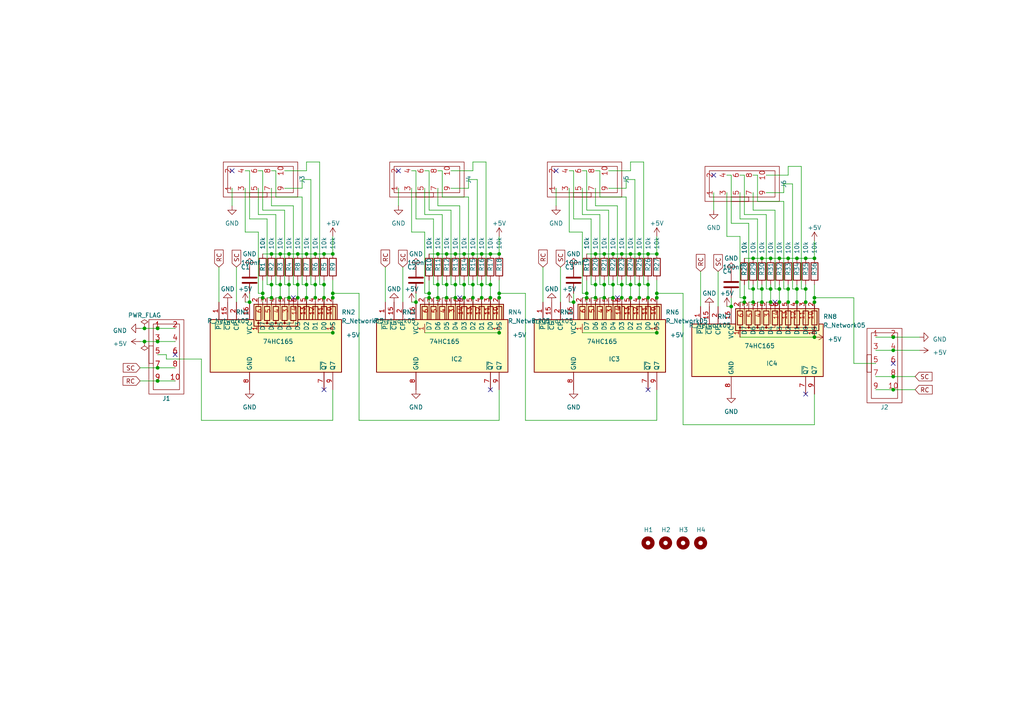
<source format=kicad_sch>
(kicad_sch (version 20231120) (generator "eeschema") (generator_version "8.0")
  (paper "A4")
  (junction (at 137.16 82.55))
  (junction (at 45.72 99.06))
  (junction (at 127 82.55))
  (junction (at 236.22 97.79))
  (junction (at 236.22 87.63))
  (junction (at 223.52 74.93))
  (junction (at 88.9 82.55))
  (junction (at 124.46 85.09))
  (junction (at 144.78 85.09))
  (junction (at 132.08 73.66))
  (junction (at 170.18 85.09))
  (junction (at 182.88 82.55))
  (junction (at 170.18 86.36))
  (junction (at 190.5 85.09))
  (junction (at 177.8 82.55))
  (junction (at 187.96 82.55))
  (junction (at 86.36 82.55))
  (junction (at 231.14 83.82))
  (junction (at 177.8 73.66))
  (junction (at 139.7 86.36))
  (junction (at 233.68 74.93))
  (junction (at 223.52 83.82))
  (junction (at 86.36 73.66))
  (junction (at 233.68 87.63))
  (junction (at 212.09 88.9))
  (junction (at 166.37 87.63))
  (junction (at 96.52 96.52))
  (junction (at 190.5 96.52))
  (junction (at 236.22 74.93))
  (junction (at 120.65 87.63))
  (junction (at 218.44 87.63))
  (junction (at 215.9 87.63))
  (junction (at 81.28 82.55))
  (junction (at 259.08 109.22))
  (junction (at 81.28 86.36))
  (junction (at 144.78 86.36))
  (junction (at 233.68 83.82))
  (junction (at 218.44 74.93))
  (junction (at 218.44 83.82))
  (junction (at 259.08 101.6))
  (junction (at 187.96 73.66))
  (junction (at 83.82 86.36))
  (junction (at 144.78 96.52))
  (junction (at 86.36 86.36))
  (junction (at 129.54 73.66))
  (junction (at 175.26 86.36))
  (junction (at 96.52 85.09))
  (junction (at 220.98 87.63))
  (junction (at 93.98 82.55))
  (junction (at 137.16 73.66))
  (junction (at 175.26 73.66))
  (junction (at 83.82 82.55))
  (junction (at 180.34 82.55))
  (junction (at 132.08 86.36))
  (junction (at 172.72 82.55))
  (junction (at 88.9 86.36))
  (junction (at 91.44 82.55))
  (junction (at 45.72 106.68))
  (junction (at 41.91 95.25))
  (junction (at 127 86.36))
  (junction (at 180.34 73.66))
  (junction (at 228.6 83.82))
  (junction (at 231.14 87.63))
  (junction (at 134.62 86.36))
  (junction (at 81.28 73.66))
  (junction (at 190.5 73.66))
  (junction (at 76.2 85.09))
  (junction (at 41.91 99.06))
  (junction (at 259.08 97.79))
  (junction (at 45.72 95.25))
  (junction (at 134.62 82.55))
  (junction (at 96.52 73.66))
  (junction (at 137.16 86.36))
  (junction (at 175.26 82.55))
  (junction (at 185.42 86.36))
  (junction (at 78.74 86.36))
  (junction (at 228.6 74.93))
  (junction (at 259.08 113.03))
  (junction (at 132.08 82.55))
  (junction (at 220.98 74.93))
  (junction (at 180.34 86.36))
  (junction (at 45.72 110.49))
  (junction (at 91.44 86.36))
  (junction (at 236.22 86.36))
  (junction (at 83.82 73.66))
  (junction (at 91.44 73.66))
  (junction (at 177.8 86.36))
  (junction (at 78.74 82.55))
  (junction (at 139.7 73.66))
  (junction (at 226.06 83.82))
  (junction (at 134.62 73.66))
  (junction (at 93.98 86.36))
  (junction (at 185.42 82.55))
  (junction (at 226.06 87.63))
  (junction (at 215.9 86.36))
  (junction (at 76.2 86.36))
  (junction (at 129.54 86.36))
  (junction (at 190.5 86.36))
  (junction (at 88.9 73.66))
  (junction (at 72.39 87.63))
  (junction (at 231.14 74.93))
  (junction (at 182.88 73.66))
  (junction (at 142.24 73.66))
  (junction (at 78.74 73.66))
  (junction (at 185.42 73.66))
  (junction (at 220.98 83.82))
  (junction (at 226.06 74.93))
  (junction (at 93.98 73.66))
  (junction (at 187.96 86.36))
  (junction (at 182.88 86.36))
  (junction (at 124.46 86.36))
  (junction (at 228.6 87.63))
  (junction (at 96.52 86.36))
  (junction (at 127 73.66))
  (junction (at 223.52 87.63))
  (junction (at 144.78 73.66))
  (junction (at 139.7 82.55))
  (junction (at 142.24 82.55))
  (junction (at 172.72 86.36))
  (junction (at 142.24 86.36))
  (junction (at 172.72 73.66))
  (junction (at 129.54 82.55))
  (no_connect (at 85.09 86.36))
  (no_connect (at 133.35 86.36))
  (no_connect (at 50.8 102.87))
  (no_connect (at 142.24 113.03))
  (no_connect (at 115.57 49.53))
  (no_connect (at 207.01 50.8))
  (no_connect (at 67.31 49.53))
  (no_connect (at 187.96 113.03))
  (no_connect (at 224.79 87.63))
  (no_connect (at 179.07 86.36))
  (no_connect (at 161.29 49.53))
  (no_connect (at 93.98 113.03))
  (no_connect (at 233.68 114.3))
  (no_connect (at 259.08 105.41))
  (wire (pts (xy 96.52 85.09) (xy 104.14 85.09)))
  (wire (pts (xy 74.93 62.23) (xy 80.01 62.23)))
  (wire (pts (xy 132.08 82.55) (xy 132.08 86.36)))
  (wire (pts (xy 123.19 49.53) (xy 124.46 49.53)))
  (wire (pts (xy 130.81 60.96) (xy 130.81 82.55)))
  (wire (pts (xy 45.72 95.25) (xy 50.8 95.25)))
  (wire (pts (xy 182.88 73.66) (xy 185.42 73.66)))
  (wire (pts (xy 170.18 81.28) (xy 170.18 85.09)))
  (wire (pts (xy 63.5 77.47) (xy 63.5 87.63)))
  (wire (pts (xy 184.15 52.07) (xy 184.15 82.55)))
  (wire (pts (xy 212.09 86.36) (xy 212.09 88.9)))
  (wire (pts (xy 229.87 53.34) (xy 229.87 83.82)))
  (wire (pts (xy 104.14 121.92) (xy 144.78 121.92)))
  (wire (pts (xy 218.44 55.88) (xy 218.44 60.96)))
  (wire (pts (xy 68.58 77.47) (xy 68.58 87.63)))
  (wire (pts (xy 71.12 54.61) (xy 71.12 67.31)))
  (wire (pts (xy 74.93 49.53) (xy 76.2 49.53)))
  (wire (pts (xy 233.68 74.93) (xy 236.22 74.93)))
  (wire (pts (xy 259.08 109.22) (xy 265.43 109.22)))
  (wire (pts (xy 92.71 46.99) (xy 92.71 82.55)))
  (wire (pts (xy 86.36 81.28) (xy 86.36 82.55)))
  (wire (pts (xy 214.63 97.79) (xy 236.22 97.79)))
  (wire (pts (xy 144.78 68.58) (xy 144.78 73.66)))
  (wire (pts (xy 81.28 82.55) (xy 81.28 86.36)))
  (wire (pts (xy 176.53 82.55) (xy 177.8 82.55)))
  (wire (pts (xy 129.54 81.28) (xy 129.54 82.55)))
  (wire (pts (xy 80.01 57.15) (xy 87.63 57.15)))
  (wire (pts (xy 41.91 95.25) (xy 45.72 95.25)))
  (wire (pts (xy 185.42 86.36) (xy 185.42 87.63)))
  (wire (pts (xy 218.44 83.82) (xy 218.44 87.63)))
  (wire (pts (xy 170.18 73.66) (xy 172.72 73.66)))
  (wire (pts (xy 180.34 81.28) (xy 180.34 82.55)))
  (wire (pts (xy 152.4 121.92) (xy 190.5 121.92)))
  (wire (pts (xy 180.34 82.55) (xy 180.34 86.36)))
  (wire (pts (xy 231.14 83.82) (xy 231.14 87.63)))
  (wire (pts (xy 45.72 106.68) (xy 50.8 106.68)))
  (wire (pts (xy 175.26 73.66) (xy 177.8 73.66)))
  (wire (pts (xy 166.37 85.09) (xy 166.37 87.63)))
  (wire (pts (xy 142.24 86.36) (xy 142.24 87.63)))
  (wire (pts (xy 259.08 113.03) (xy 265.43 113.03)))
  (wire (pts (xy 96.52 81.28) (xy 96.52 85.09)))
  (wire (pts (xy 124.46 81.28) (xy 124.46 85.09)))
  (wire (pts (xy 171.45 63.5) (xy 171.45 82.55)))
  (wire (pts (xy 86.36 82.55) (xy 86.36 86.36)))
  (wire (pts (xy 58.42 121.92) (xy 96.52 121.92)))
  (wire (pts (xy 226.06 87.63) (xy 226.06 88.9)))
  (wire (pts (xy 128.27 86.36) (xy 129.54 86.36)))
  (wire (pts (xy 85.09 59.69) (xy 85.09 82.55)))
  (wire (pts (xy 123.19 85.09) (xy 124.46 85.09)))
  (wire (pts (xy 128.27 82.55) (xy 129.54 82.55)))
  (wire (pts (xy 207.01 55.88) (xy 207.01 60.96)))
  (wire (pts (xy 198.12 123.19) (xy 236.22 123.19)))
  (wire (pts (xy 142.24 82.55) (xy 142.24 86.36)))
  (wire (pts (xy 85.09 82.55) (xy 86.36 82.55)))
  (wire (pts (xy 88.9 73.66) (xy 91.44 73.66)))
  (wire (pts (xy 40.64 110.49) (xy 45.72 110.49)))
  (wire (pts (xy 170.18 85.09) (xy 170.18 86.36)))
  (wire (pts (xy 181.61 52.07) (xy 181.61 54.61)))
  (wire (pts (xy 220.98 87.63) (xy 220.98 88.9)))
  (wire (pts (xy 172.72 81.28) (xy 172.72 82.55)))
  (wire (pts (xy 88.9 82.55) (xy 88.9 86.36)))
  (wire (pts (xy 119.38 87.63) (xy 120.65 87.63)))
  (wire (pts (xy 77.47 86.36) (xy 78.74 86.36)))
  (wire (pts (xy 83.82 86.36) (xy 83.82 87.63)))
  (wire (pts (xy 190.5 85.09) (xy 198.12 85.09)))
  (wire (pts (xy 210.82 50.8) (xy 212.09 50.8)))
  (wire (pts (xy 236.22 87.63) (xy 236.22 88.9)))
  (wire (pts (xy 177.8 81.28) (xy 177.8 82.55)))
  (wire (pts (xy 215.9 87.63) (xy 215.9 88.9)))
  (wire (pts (xy 45.72 99.06) (xy 50.8 99.06)))
  (wire (pts (xy 96.52 68.58) (xy 96.52 73.66)))
  (wire (pts (xy 226.06 82.55) (xy 226.06 83.82)))
  (wire (pts (xy 123.19 54.61) (xy 123.19 62.23)))
  (wire (pts (xy 124.46 85.09) (xy 124.46 86.36)))
  (wire (pts (xy 198.12 85.09) (xy 198.12 123.19)))
  (wire (pts (xy 137.16 49.53) (xy 130.81 49.53)))
  (wire (pts (xy 224.79 60.96) (xy 224.79 83.82)))
  (wire (pts (xy 137.16 82.55) (xy 137.16 86.36)))
  (wire (pts (xy 129.54 73.66) (xy 132.08 73.66)))
  (wire (pts (xy 236.22 123.19) (xy 236.22 114.3)))
  (wire (pts (xy 172.72 86.36) (xy 172.72 87.63)))
  (wire (pts (xy 227.33 83.82) (xy 228.6 83.82)))
  (wire (pts (xy 177.8 86.36) (xy 177.8 87.63)))
  (wire (pts (xy 76.2 86.36) (xy 76.2 87.63)))
  (wire (pts (xy 83.82 82.55) (xy 83.82 86.36)))
  (wire (pts (xy 182.88 46.99) (xy 186.69 46.99)))
  (wire (pts (xy 190.5 121.92) (xy 190.5 113.03)))
  (wire (pts (xy 172.72 59.69) (xy 179.07 59.69)))
  (wire (pts (xy 127 49.53) (xy 128.27 49.53)))
  (wire (pts (xy 187.96 73.66) (xy 190.5 73.66)))
  (wire (pts (xy 86.36 73.66) (xy 88.9 73.66)))
  (wire (pts (xy 175.26 81.28) (xy 175.26 82.55)))
  (wire (pts (xy 76.2 81.28) (xy 76.2 85.09)))
  (wire (pts (xy 161.29 54.61) (xy 161.29 59.69)))
  (wire (pts (xy 71.12 49.53) (xy 72.39 49.53)))
  (wire (pts (xy 223.52 87.63) (xy 223.52 88.9)))
  (wire (pts (xy 172.72 54.61) (xy 172.72 59.69)))
  (wire (pts (xy 88.9 46.99) (xy 88.9 49.53)))
  (wire (pts (xy 41.91 99.06) (xy 45.72 99.06)))
  (wire (pts (xy 87.63 54.61) (xy 82.55 54.61)))
  (wire (pts (xy 123.19 67.31) (xy 123.19 85.09)))
  (wire (pts (xy 96.52 86.36) (xy 96.52 87.63)))
  (wire (pts (xy 76.2 85.09) (xy 76.2 86.36)))
  (wire (pts (xy 125.73 86.36) (xy 127 86.36)))
  (wire (pts (xy 217.17 87.63) (xy 218.44 87.63)))
  (wire (pts (xy 210.82 88.9) (xy 212.09 88.9)))
  (wire (pts (xy 222.25 83.82) (xy 223.52 83.82)))
  (wire (pts (xy 91.44 81.28) (xy 91.44 82.55)))
  (wire (pts (xy 166.37 63.5) (xy 171.45 63.5)))
  (wire (pts (xy 220.98 82.55) (xy 220.98 83.82)))
  (wire (pts (xy 187.96 81.28) (xy 187.96 82.55)))
  (wire (pts (xy 181.61 54.61) (xy 176.53 54.61)))
  (wire (pts (xy 127 59.69) (xy 133.35 59.69)))
  (wire (pts (xy 96.52 85.09) (xy 96.52 86.36)))
  (wire (pts (xy 185.42 73.66) (xy 187.96 73.66)))
  (wire (pts (xy 74.93 86.36) (xy 76.2 86.36)))
  (wire (pts (xy 214.63 55.88) (xy 214.63 63.5)))
  (wire (pts (xy 165.1 49.53) (xy 166.37 49.53)))
  (wire (pts (xy 220.98 74.93) (xy 223.52 74.93)))
  (wire (pts (xy 217.17 83.82) (xy 218.44 83.82)))
  (wire (pts (xy 111.76 77.47) (xy 111.76 87.63)))
  (wire (pts (xy 179.07 82.55) (xy 180.34 82.55)))
  (wire (pts (xy 175.26 82.55) (xy 175.26 86.36)))
  (wire (pts (xy 120.65 49.53) (xy 120.65 63.5)))
  (wire (pts (xy 74.93 54.61) (xy 74.93 62.23)))
  (wire (pts (xy 132.08 81.28) (xy 132.08 82.55)))
  (wire (pts (xy 247.65 86.36) (xy 247.65 105.41)))
  (wire (pts (xy 127 73.66) (xy 129.54 73.66)))
  (wire (pts (xy 78.74 54.61) (xy 78.74 59.69)))
  (wire (pts (xy 203.2 78.74) (xy 203.2 88.9)))
  (wire (pts (xy 254 101.6) (xy 259.08 101.6)))
  (wire (pts (xy 137.16 46.99) (xy 137.16 49.53)))
  (wire (pts (xy 45.72 110.49) (xy 50.8 110.49)))
  (wire (pts (xy 144.78 121.92) (xy 144.78 113.03)))
  (wire (pts (xy 77.47 82.55) (xy 78.74 82.55)))
  (wire (pts (xy 226.06 74.93) (xy 228.6 74.93)))
  (wire (pts (xy 127 82.55) (xy 127 86.36)))
  (wire (pts (xy 45.72 102.87) (xy 48.26 102.87)))
  (wire (pts (xy 144.78 81.28) (xy 144.78 85.09)))
  (wire (pts (xy 170.18 86.36) (xy 170.18 87.63)))
  (wire (pts (xy 134.62 82.55) (xy 134.62 86.36)))
  (wire (pts (xy 82.55 86.36) (xy 83.82 86.36)))
  (wire (pts (xy 80.01 49.53) (xy 80.01 57.15)))
  (wire (pts (xy 135.89 57.15) (xy 135.89 82.55)))
  (wire (pts (xy 212.09 64.77) (xy 217.17 64.77)))
  (wire (pts (xy 134.62 81.28) (xy 134.62 82.55)))
  (wire (pts (xy 165.1 54.61) (xy 165.1 67.31)))
  (wire (pts (xy 139.7 86.36) (xy 139.7 87.63)))
  (wire (pts (xy 104.14 85.09) (xy 104.14 121.92)))
  (wire (pts (xy 152.4 85.09) (xy 152.4 121.92)))
  (wire (pts (xy 170.18 60.96) (xy 176.53 60.96)))
  (wire (pts (xy 215.9 82.55) (xy 215.9 86.36)))
  (wire (pts (xy 134.62 86.36) (xy 134.62 87.63)))
  (wire (pts (xy 116.84 77.47) (xy 116.84 87.63)))
  (wire (pts (xy 165.1 67.31) (xy 168.91 67.31)))
  (wire (pts (xy 210.82 55.88) (xy 210.82 68.58)))
  (wire (pts (xy 212.09 50.8) (xy 212.09 64.77)))
  (wire (pts (xy 218.44 87.63) (xy 218.44 88.9)))
  (wire (pts (xy 179.07 59.69) (xy 179.07 82.55)))
  (wire (pts (xy 137.16 86.36) (xy 137.16 87.63)))
  (wire (pts (xy 124.46 60.96) (xy 130.81 60.96)))
  (wire (pts (xy 170.18 49.53) (xy 170.18 60.96)))
  (wire (pts (xy 93.98 81.28) (xy 93.98 82.55)))
  (wire (pts (xy 172.72 49.53) (xy 173.99 49.53)))
  (wire (pts (xy 232.41 48.26) (xy 232.41 83.82)))
  (wire (pts (xy 78.74 49.53) (xy 80.01 49.53)))
  (wire (pts (xy 81.28 86.36) (xy 81.28 87.63)))
  (wire (pts (xy 76.2 49.53) (xy 76.2 60.96)))
  (wire (pts (xy 78.74 73.66) (xy 81.28 73.66)))
  (wire (pts (xy 236.22 82.55) (xy 236.22 86.36)))
  (wire (pts (xy 130.81 86.36) (xy 132.08 86.36)))
  (wire (pts (xy 127 81.28) (xy 127 82.55)))
  (wire (pts (xy 40.64 106.68) (xy 45.72 106.68)))
  (wire (pts (xy 72.39 85.09) (xy 72.39 87.63)))
  (wire (pts (xy 87.63 57.15) (xy 87.63 82.55)))
  (wire (pts (xy 218.44 60.96) (xy 224.79 60.96)))
  (wire (pts (xy 236.22 69.85) (xy 236.22 74.93)))
  (wire (pts (xy 214.63 86.36) (xy 215.9 86.36)))
  (wire (pts (xy 135.89 52.07) (xy 135.89 54.61)))
  (wire (pts (xy 78.74 81.28) (xy 78.74 82.55)))
  (wire (pts (xy 82.55 82.55) (xy 83.82 82.55)))
  (wire (pts (xy 182.88 82.55) (xy 182.88 86.36)))
  (wire (pts (xy 215.9 74.93) (xy 218.44 74.93)))
  (wire (pts (xy 175.26 86.36) (xy 175.26 87.63)))
  (wire (pts (xy 58.42 104.14) (xy 58.42 121.92)))
  (wire (pts (xy 138.43 82.55) (xy 139.7 82.55)))
  (wire (pts (xy 182.88 81.28) (xy 182.88 82.55)))
  (wire (pts (xy 215.9 86.36) (xy 215.9 87.63)))
  (wire (pts (xy 123.19 62.23) (xy 128.27 62.23)))
  (wire (pts (xy 125.73 63.5) (xy 125.73 82.55)))
  (wire (pts (xy 233.68 82.55) (xy 233.68 83.82)))
  (wire (pts (xy 40.64 99.06) (xy 41.91 99.06)))
  (wire (pts (xy 96.52 121.92) (xy 96.52 113.03)))
  (wire (pts (xy 119.38 54.61) (xy 119.38 67.31)))
  (wire (pts (xy 168.91 96.52) (xy 190.5 96.52)))
  (wire (pts (xy 186.69 46.99) (xy 186.69 82.55)))
  (wire (pts (xy 219.71 87.63) (xy 220.98 87.63)))
  (wire (pts (xy 78.74 86.36) (xy 78.74 87.63)))
  (wire (pts (xy 223.52 74.93) (xy 226.06 74.93)))
  (wire (pts (xy 231.14 74.93) (xy 233.68 74.93)))
  (wire (pts (xy 124.46 86.36) (xy 124.46 87.63)))
  (wire (pts (xy 254 97.79) (xy 259.08 97.79)))
  (wire (pts (xy 168.91 85.09) (xy 170.18 85.09)))
  (wire (pts (xy 120.65 85.09) (xy 120.65 87.63)))
  (wire (pts (xy 177.8 82.55) (xy 177.8 86.36)))
  (wire (pts (xy 190.5 68.58) (xy 190.5 73.66)))
  (wire (pts (xy 142.24 81.28) (xy 142.24 82.55)))
  (wire (pts (xy 90.17 82.55) (xy 91.44 82.55)))
  (wire (pts (xy 172.72 82.55) (xy 172.72 86.36)))
  (wire (pts (xy 223.52 82.55) (xy 223.52 83.82)))
  (wire (pts (xy 71.12 67.31) (xy 74.93 67.31)))
  (wire (pts (xy 222.25 62.23) (xy 222.25 83.82)))
  (wire (pts (xy 227.33 58.42) (xy 227.33 83.82)))
  (wire (pts (xy 88.9 46.99) (xy 92.71 46.99)))
  (wire (pts (xy 236.22 86.36) (xy 236.22 87.63)))
  (wire (pts (xy 80.01 82.55) (xy 81.28 82.55)))
  (wire (pts (xy 130.81 82.55) (xy 132.08 82.55)))
  (wire (pts (xy 133.35 82.55) (xy 134.62 82.55)))
  (wire (pts (xy 76.2 60.96) (xy 82.55 60.96)))
  (wire (pts (xy 123.19 86.36) (xy 124.46 86.36)))
  (wire (pts (xy 233.68 87.63) (xy 233.68 88.9)))
  (wire (pts (xy 77.47 63.5) (xy 77.47 82.55)))
  (wire (pts (xy 181.61 52.07) (xy 184.15 52.07)))
  (wire (pts (xy 228.6 48.26) (xy 228.6 50.8)))
  (wire (pts (xy 182.88 46.99) (xy 182.88 49.53)))
  (wire (pts (xy 91.44 86.36) (xy 91.44 87.63)))
  (wire (pts (xy 93.98 73.66) (xy 96.52 73.66)))
  (wire (pts (xy 226.06 83.82) (xy 226.06 87.63)))
  (wire (pts (xy 40.64 95.25) (xy 41.91 95.25)))
  (wire (pts (xy 71.12 87.63) (xy 72.39 87.63)))
  (wire (pts (xy 168.91 86.36) (xy 170.18 86.36)))
  (wire (pts (xy 140.97 82.55) (xy 142.24 82.55)))
  (wire (pts (xy 190.5 85.09) (xy 190.5 86.36)))
  (wire (pts (xy 182.88 49.53) (xy 176.53 49.53)))
  (wire (pts (xy 137.16 46.99) (xy 140.97 46.99)))
  (wire (pts (xy 139.7 81.28) (xy 139.7 82.55)))
  (wire (pts (xy 72.39 49.53) (xy 72.39 63.5)))
  (wire (pts (xy 137.16 81.28) (xy 137.16 82.55)))
  (wire (pts (xy 123.19 96.52) (xy 144.78 96.52)))
  (wire (pts (xy 173.99 82.55) (xy 175.26 82.55)))
  (wire (pts (xy 173.99 49.53) (xy 173.99 57.15)))
  (wire (pts (xy 236.22 86.36) (xy 247.65 86.36)))
  (wire (pts (xy 190.5 86.36) (xy 190.5 87.63)))
  (wire (pts (xy 228.6 48.26) (xy 232.41 48.26)))
  (wire (pts (xy 254 109.22) (xy 259.08 109.22)))
  (wire (pts (xy 180.34 86.36) (xy 180.34 87.63)))
  (wire (pts (xy 219.71 58.42) (xy 227.33 58.42)))
  (wire (pts (xy 186.69 82.55) (xy 187.96 82.55)))
  (wire (pts (xy 128.27 49.53) (xy 128.27 57.15)))
  (wire (pts (xy 88.9 81.28) (xy 88.9 82.55)))
  (wire (pts (xy 132.08 86.36) (xy 132.08 87.63)))
  (wire (pts (xy 127 86.36) (xy 127 87.63)))
  (wire (pts (xy 119.38 49.53) (xy 120.65 49.53)))
  (wire (pts (xy 137.16 73.66) (xy 139.7 73.66)))
  (wire (pts (xy 82.55 60.96) (xy 82.55 82.55)))
  (wire (pts (xy 228.6 87.63) (xy 228.6 88.9)))
  (wire (pts (xy 90.17 52.07) (xy 90.17 82.55)))
  (wire (pts (xy 87.63 82.55) (xy 88.9 82.55)))
  (wire (pts (xy 185.42 82.55) (xy 185.42 86.36)))
  (wire (pts (xy 228.6 74.93) (xy 231.14 74.93)))
  (wire (pts (xy 124.46 49.53) (xy 124.46 60.96)))
  (wire (pts (xy 80.01 86.36) (xy 81.28 86.36)))
  (wire (pts (xy 162.56 77.47) (xy 162.56 87.63)))
  (wire (pts (xy 227.33 55.88) (xy 222.25 55.88)))
  (wire (pts (xy 93.98 82.55) (xy 93.98 86.36)))
  (wire (pts (xy 132.08 73.66) (xy 134.62 73.66)))
  (wire (pts (xy 119.38 67.31) (xy 123.19 67.31)))
  (wire (pts (xy 166.37 49.53) (xy 166.37 63.5)))
  (wire (pts (xy 187.96 82.55) (xy 187.96 86.36)))
  (wire (pts (xy 219.71 63.5) (xy 219.71 83.82)))
  (wire (pts (xy 259.08 101.6) (xy 266.7 101.6)))
  (wire (pts (xy 83.82 73.66) (xy 86.36 73.66)))
  (wire (pts (xy 91.44 73.66) (xy 93.98 73.66)))
  (wire (pts (xy 184.15 82.55) (xy 185.42 82.55)))
  (wire (pts (xy 165.1 87.63) (xy 166.37 87.63)))
  (wire (pts (xy 218.44 74.93) (xy 220.98 74.93)))
  (wire (pts (xy 176.53 60.96) (xy 176.53 82.55)))
  (wire (pts (xy 140.97 46.99) (xy 140.97 82.55)))
  (wire (pts (xy 231.14 82.55) (xy 231.14 83.82)))
  (wire (pts (xy 181.61 57.15) (xy 181.61 82.55)))
  (wire (pts (xy 176.53 86.36) (xy 177.8 86.36)))
  (wire (pts (xy 219.71 83.82) (xy 220.98 83.82)))
  (wire (pts (xy 86.36 86.36) (xy 86.36 87.63)))
  (wire (pts (xy 129.54 86.36) (xy 129.54 87.63)))
  (wire (pts (xy 88.9 86.36) (xy 88.9 87.63)))
  (wire (pts (xy 135.89 54.61) (xy 130.81 54.61)))
  (wire (pts (xy 133.35 59.69) (xy 133.35 82.55)))
  (wire (pts (xy 215.9 50.8) (xy 215.9 62.23)))
  (wire (pts (xy 144.78 86.36) (xy 144.78 87.63)))
  (wire (pts (xy 219.71 50.8) (xy 219.71 58.42)))
  (wire (pts (xy 214.63 87.63) (xy 215.9 87.63)))
  (wire (pts (xy 74.93 67.31) (xy 74.93 85.09)))
  (wire (pts (xy 120.65 63.5) (xy 125.73 63.5)))
  (wire (pts (xy 190.5 81.28) (xy 190.5 85.09)))
  (wire (pts (xy 74.93 85.09) (xy 76.2 85.09)))
  (wire (pts (xy 144.78 85.09) (xy 144.78 86.36)))
  (wire (pts (xy 181.61 82.55) (xy 182.88 82.55)))
  (wire (pts (xy 78.74 82.55) (xy 78.74 86.36)))
  (wire (pts (xy 157.48 77.47) (xy 157.48 87.63)))
  (wire (pts (xy 223.52 83.82) (xy 223.52 87.63)))
  (wire (pts (xy 220.98 83.82) (xy 220.98 87.63)))
  (wire (pts (xy 128.27 57.15) (xy 135.89 57.15)))
  (wire (pts (xy 168.91 54.61) (xy 168.91 62.23)))
  (wire (pts (xy 88.9 49.53) (xy 82.55 49.53)))
  (wire (pts (xy 228.6 50.8) (xy 222.25 50.8)))
  (wire (pts (xy 83.82 81.28) (xy 83.82 82.55)))
  (wire (pts (xy 93.98 86.36) (xy 93.98 87.63)))
  (wire (pts (xy 80.01 62.23) (xy 80.01 82.55)))
  (wire (pts (xy 210.82 68.58) (xy 214.63 68.58)))
  (wire (pts (xy 187.96 86.36) (xy 187.96 87.63)))
  (wire (pts (xy 127 54.61) (xy 127 59.69)))
  (wire (pts (xy 144.78 85.09) (xy 152.4 85.09)))
  (wire (pts (xy 139.7 82.55) (xy 139.7 86.36)))
  (wire (pts (xy 48.26 104.14) (xy 58.42 104.14)))
  (wire (pts (xy 168.91 62.23) (xy 173.99 62.23)))
  (wire (pts (xy 222.25 87.63) (xy 223.52 87.63)))
  (wire (pts (xy 92.71 82.55) (xy 93.98 82.55)))
  (wire (pts (xy 217.17 64.77) (xy 217.17 83.82)))
  (wire (pts (xy 142.24 73.66) (xy 144.78 73.66)))
  (wire (pts (xy 177.8 73.66) (xy 180.34 73.66)))
  (wire (pts (xy 91.44 82.55) (xy 91.44 86.36)))
  (wire (pts (xy 259.08 97.79) (xy 266.7 97.79)))
  (wire (pts (xy 218.44 82.55) (xy 218.44 83.82)))
  (wire (pts (xy 72.39 63.5) (xy 77.47 63.5)))
  (wire (pts (xy 87.63 52.07) (xy 87.63 54.61)))
  (wire (pts (xy 135.89 82.55) (xy 137.16 82.55)))
  (wire (pts (xy 81.28 73.66) (xy 83.82 73.66)))
  (wire (pts (xy 48.26 102.87) (xy 48.26 104.14)))
  (wire (pts (xy 185.42 81.28) (xy 185.42 82.55)))
  (wire (pts (xy 138.43 52.07) (xy 138.43 82.55)))
  (wire (pts (xy 215.9 62.23) (xy 222.25 62.23)))
  (wire (pts (xy 124.46 73.66) (xy 127 73.66)))
  (wire (pts (xy 227.33 53.34) (xy 229.87 53.34)))
  (wire (pts (xy 228.6 83.82) (xy 228.6 87.63)))
  (wire (pts (xy 74.93 96.52) (xy 96.52 96.52)))
  (wire (pts (xy 254 113.03) (xy 259.08 113.03)))
  (wire (pts (xy 224.79 83.82) (xy 226.06 83.82)))
  (wire (pts (xy 87.63 52.07) (xy 90.17 52.07)))
  (wire (pts (xy 208.28 78.74) (xy 208.28 88.9)))
  (wire (pts (xy 247.65 105.41) (xy 254 105.41)))
  (wire (pts (xy 228.6 82.55) (xy 228.6 83.82)))
  (wire (pts (xy 76.2 73.66) (xy 78.74 73.66)))
  (wire (pts (xy 214.63 50.8) (xy 215.9 50.8)))
  (wire (pts (xy 125.73 82.55) (xy 127 82.55)))
  (wire (pts (xy 173.99 57.15) (xy 181.61 57.15)))
  (wire (pts (xy 214.63 63.5) (xy 219.71 63.5)))
  (wire (pts (xy 182.88 86.36) (xy 182.88 87.63)))
  (wire (pts (xy 139.7 73.66) (xy 142.24 73.66)))
  (wire (pts (xy 214.63 68.58) (xy 214.63 86.36)))
  (wire (pts (xy 129.54 82.55) (xy 129.54 86.36)))
  (wire (pts (xy 168.91 67.31) (xy 168.91 85.09)))
  (wire (pts (xy 231.14 87.63) (xy 231.14 88.9)))
  (wire (pts (xy 180.34 73.66) (xy 182.88 73.66)))
  (wire (pts (xy 232.41 83.82) (xy 233.68 83.82)))
  (wire (pts (xy 172.72 73.66) (xy 175.26 73.66)))
  (wire (pts (xy 173.99 62.23) (xy 173.99 82.55)))
  (wire (pts (xy 227.33 53.34) (xy 227.33 55.88)))
  (wire (pts (xy 173.99 86.36) (xy 175.26 86.36)))
  (wire (pts (xy 218.44 50.8) (xy 219.71 50.8)))
  (wire (pts (xy 67.31 54.61) (xy 67.31 59.69)))
  (wire (pts (xy 78.74 59.69) (xy 85.09 59.69)))
  (wire (pts (xy 115.57 54.61) (xy 115.57 59.69)))
  (wire (pts (xy 81.28 81.28) (xy 81.28 82.55)))
  (wire (pts (xy 171.45 82.55) (xy 172.72 82.55)))
  (wire (pts (xy 168.91 49.53) (xy 170.18 49.53)))
  (wire (pts (xy 128.27 62.23) (xy 128.27 82.55)))
  (wire (pts (xy 135.89 52.07) (xy 138.43 52.07)))
  (wire (pts (xy 233.68 83.82) (xy 233.68 87.63)))
  (wire (pts (xy 229.87 83.82) (xy 231.14 83.82)))
  (wire (pts (xy 134.62 73.66) (xy 137.16 73.66)))
  (wire (pts (xy 171.45 86.36) (xy 172.72 86.36)))
  (global_label "RC" (shape input) (at 63.5 77.47 90) (property "Intersheetrefs" "${INTERSHEET_REFS}" (effects (hide yes))))
  (global_label "RC" (shape input) (at 265.43 113.03 0) (property "Intersheetrefs" "${INTERSHEET_REFS}" (effects (hide yes))))
  (global_label "SC" (shape input) (at 265.43 109.22 0) (property "Intersheetrefs" "${INTERSHEET_REFS}" (effects (hide yes))))
  (global_label "RC" (shape input) (at 40.64 110.49 180) (property "Intersheetrefs" "${INTERSHEET_REFS}" (effects (hide yes))))
  (global_label "SC" (shape input) (at 116.84 77.47 90) (property "Intersheetrefs" "${INTERSHEET_REFS}" (effects (hide yes))))
  (global_label "RC" (shape input) (at 111.76 77.47 90) (property "Intersheetrefs" "${INTERSHEET_REFS}" (effects (hide yes))))
  (global_label "SC" (shape input) (at 40.64 106.68 180) (property "Intersheetrefs" "${INTERSHEET_REFS}" (effects (hide yes))))
  (global_label "RC" (shape input) (at 157.48 77.47 90) (property "Intersheetrefs" "${INTERSHEET_REFS}" (effects (hide yes))))
  (global_label "RC" (shape input) (at 203.2 78.74 90) (property "Intersheetrefs" "${INTERSHEET_REFS}" (effects (hide yes))))
  (global_label "SC" (shape input) (at 208.28 78.74 90) (property "Intersheetrefs" "${INTERSHEET_REFS}" (effects (hide yes))))
  (global_label "SC" (shape input) (at 162.56 77.47 90) (property "Intersheetrefs" "${INTERSHEET_REFS}" (effects (hide yes))))
  (global_label "SC" (shape input) (at 68.58 77.47 90) (property "Intersheetrefs" "${INTERSHEET_REFS}" (effects (hide yes))))
  (symbol (lib_id "power:GND") (at 115.57 59.69 0) (unit 1)
    (property "Reference" "#PWR09" (effects (hide yes)))
    (property "Value" "GND" (at 115.57 64.77 0))
  )
  (symbol (lib_id "power:GND") (at 120.65 77.47 180) (unit 1)
    (property "Reference" "#PWR011" (effects (hide yes)))
    (property "Value" "GND" (at 120.65 73.66 0))
  )
  (symbol (lib_id "Device:R") (at 180.34 77.47 0) (unit 1)
    (property "Reference" "R23" (at 180.34 78.74 90) (effects (justify left)))
    (property "Value" "10k" (at 180.34 72.39 90) (effects (justify left)))
    (property "Footprint" "Resistor_THT:R_Axial_DIN0204_L3.6mm_D1.6mm_P7.62mm_Horizontal" (effects (hide yes)))
    (property "JLCPCB Part #" "C1035" (effects (hide yes)))
  )
  (symbol (lib_id "Device:C") (at 120.65 81.28 0) (unit 1)
    (property "Reference" "C2" (at 118.11 77.47 0) (effects (justify left)))
    (property "Value" "100nf" (at 118.11 76.2 0) (effects (justify left)))
    (property "Footprint" "Capacitor_THT:C_Disc_D3.8mm_W2.6mm_P2.50mm" (effects (hide yes)))
    (property "JLCPCB Part #" "C14663" (effects (hide yes)))
  )
  (symbol (lib_id "Device:R") (at 220.98 78.74 0) (unit 1)
    (property "Reference" "R30" (at 220.98 80.01 90) (effects (justify left)))
    (property "Value" "10k" (at 220.98 73.66 90) (effects (justify left)))
    (property "Footprint" "Resistor_THT:R_Axial_DIN0204_L3.6mm_D1.6mm_P7.62mm_Horizontal" (effects (hide yes)))
    (property "JLCPCB Part #" "C1035" (effects (hide yes)))
  )
  (symbol (lib_id "Mechanical:MountingHole") (at 203.2 157.48 0) (unit 1)
    (property "Reference" "H4" (at 201.93 153.67 0) (effects (justify left)))
    (property "Value" "MountingHole" (effects (hide yes)))
    (property "Footprint" "MountingHole:MountingHole_3.2mm_M3" (effects (hide yes)))
  )
  (symbol (lib_id "Device:R") (at 185.42 77.47 0) (unit 1)
    (property "Reference" "R25" (at 185.42 78.74 90) (effects (justify left)))
    (property "Value" "10k" (at 185.42 72.39 90) (effects (justify left)))
    (property "Footprint" "Resistor_THT:R_Axial_DIN0204_L3.6mm_D1.6mm_P7.62mm_Horizontal" (effects (hide yes)))
    (property "JLCPCB Part #" "C1035" (effects (hide yes)))
  )
  (symbol (lib_id "74xx:74HC165") (at 173.99 99.06 0) (unit 1)
    (property "Reference" "IC3" (at 176.53 104.14 0) (effects (justify left)))
    (property "Value" "74HC165" (at 170.18 99.06 0) (effects (justify left)))
    (property "Footprint" "Package_DIP:DIP-16_W7.62mm" (effects (hide yes)))
    (property "Datasheet" "https://assets.nexperia.com/documents/data-sheet/74HC_HCT165.pdf" (effects (hide yes)))
    (property "JLCPCB Part #" "C5613" (effects (hide yes)))
  )
  (symbol (lib_id "Device:R_Network05") (at 185.42 91.44 180) (unit 1)
    (property "Reference" "RN6" (at 193.04 90.551 0) (effects (justify right)))
    (property "Value" "R_Network05" (at 193.04 93.091 0) (effects (justify right)))
    (property "Footprint" "Resistor_THT:R_Array_SIP6" (effects (hide yes)))
    (property "Datasheet" "http://www.vishay.com/docs/31509/csc.pdf" (effects (hide yes)))
  )
  (symbol (lib_id "Device:R_Network05") (at 80.01 91.44 0) (mirror x) (unit 1)
    (property "Reference" "RN1" (at 72.39 90.551 0) (effects (justify right)))
    (property "Value" "R_Network05" (at 72.39 93.091 0) (effects (justify right)))
    (property "Footprint" "Resistor_THT:R_Array_SIP6" (effects (hide yes)))
    (property "Datasheet" "http://www.vishay.com/docs/31509/csc.pdf" (effects (hide yes)))
  )
  (symbol (lib_id "power:GND") (at 166.37 77.47 180) (unit 1)
    (property "Reference" "#PWR018" (effects (hide yes)))
    (property "Value" "GND" (at 166.37 73.66 0))
  )
  (symbol (lib_id "power:+5V") (at 266.7 101.6 270) (unit 1)
    (property "Reference" "#PWR027" (effects (hide yes)))
    (property "Value" "+5V" (at 270.51 102.235 90) (effects (justify left)))
  )
  (symbol (lib_name "IDC-Header_2x05_P2.54mm_Vertical_1") (lib_id "ksir_2023:IDC-Header_2x05_P2.54mm_Vertical") (at 74.93 52.07 270) (unit 1)
    (property "Reference" "J3" (at 87.63 52.07 0))
    (property "Value" "sin_in" (effects (hide yes)))
    (property "Footprint" "lib 2022 ksir:IDC-Header_2x05_P2.54mm_Vertical_ksr_dIN" (effects (hide yes)))
    (property "Champ4" "IN CONNECT TO J8/J9" (effects (hide yes)))
  )
  (symbol (lib_id "power:+5V") (at 236.22 97.79 270) (unit 1)
    (property "Reference" "#PWR031" (effects (hide yes)))
    (property "Value" "+5V" (at 240.03 98.425 90) (effects (justify left)))
  )
  (symbol (lib_id "Device:R") (at 139.7 77.47 0) (unit 1)
    (property "Reference" "R16" (at 139.7 78.74 90) (effects (justify left)))
    (property "Value" "10k" (at 139.7 72.39 90) (effects (justify left)))
    (property "Footprint" "Resistor_THT:R_Axial_DIN0204_L3.6mm_D1.6mm_P7.62mm_Horizontal" (effects (hide yes)))
    (property "JLCPCB Part #" "C1035" (effects (hide yes)))
  )
  (symbol (lib_id "power:+5V") (at 236.22 69.85 0) (unit 1)
    (property "Reference" "#PWR024" (effects (hide yes)))
    (property "Value" "+5V" (at 236.22 66.04 0))
  )
  (symbol (lib_id "74xx:74HC165") (at 128.27 99.06 0) (unit 1)
    (property "Reference" "IC2" (at 130.81 104.14 0) (effects (justify left)))
    (property "Value" "74HC165" (at 124.46 99.06 0) (effects (justify left)))
    (property "Footprint" "Package_DIP:DIP-16_W7.62mm" (effects (hide yes)))
    (property "Datasheet" "https://assets.nexperia.com/documents/data-sheet/74HC_HCT165.pdf" (effects (hide yes)))
    (property "JLCPCB Part #" "C5613" (effects (hide yes)))
  )
  (symbol (lib_id "Device:R") (at 91.44 77.47 0) (unit 1)
    (property "Reference" "R6" (at 91.44 78.74 90) (effects (justify left)))
    (property "Value" "10k" (at 91.44 72.39 90) (effects (justify left)))
    (property "Footprint" "Resistor_THT:R_Axial_DIN0204_L3.6mm_D1.6mm_P7.62mm_Horizontal" (effects (hide yes)))
    (property "JLCPCB Part #" "C1035" (effects (hide yes)))
  )
  (symbol (lib_id "Mechanical:MountingHole") (at 193.04 157.48 0) (unit 1)
    (property "Reference" "H2" (at 191.77 153.67 0) (effects (justify left)))
    (property "Value" "MountingHole" (effects (hide yes)))
    (property "Footprint" "MountingHole:MountingHole_3.2mm_M3" (effects (hide yes)))
  )
  (symbol (lib_id "Device:C") (at 166.37 81.28 0) (unit 1)
    (property "Reference" "C3" (at 163.83 77.47 0) (effects (justify left)))
    (property "Value" "100nf" (at 163.83 76.2 0) (effects (justify left)))
    (property "Footprint" "Capacitor_THT:C_Disc_D3.8mm_W2.6mm_P2.50mm" (effects (hide yes)))
    (property "JLCPCB Part #" "C14663" (effects (hide yes)))
  )
  (symbol (lib_id "power:+5V") (at 190.5 96.52 270) (unit 1)
    (property "Reference" "#PWR021" (effects (hide yes)))
    (property "Value" "+5V" (at 194.31 97.155 90) (effects (justify left)))
  )
  (symbol (lib_id "Device:R") (at 215.9 78.74 0) (unit 1)
    (property "Reference" "R28" (at 215.9 80.01 90) (effects (justify left)))
    (property "Value" "10k" (at 215.9 73.66 90) (effects (justify left)))
    (property "Footprint" "Resistor_THT:R_Axial_DIN0204_L3.6mm_D1.6mm_P7.62mm_Horizontal" (effects (hide yes)))
    (property "JLCPCB Part #" "C1035" (effects (hide yes)))
  )
  (symbol (lib_id "power:PWR_FLAG") (at 41.91 95.25 0) (unit 1)
    (property "Reference" "#FLG01" (effects (hide yes)))
    (property "Value" "PWR_FLAG" (at 41.91 91.44 0))
  )
  (symbol (lib_id "Device:R") (at 182.88 77.47 0) (unit 1)
    (property "Reference" "R24" (at 182.88 78.74 90) (effects (justify left)))
    (property "Value" "10k" (at 182.88 72.39 90) (effects (justify left)))
    (property "Footprint" "Resistor_THT:R_Axial_DIN0204_L3.6mm_D1.6mm_P7.62mm_Horizontal" (effects (hide yes)))
    (property "JLCPCB Part #" "C1035" (effects (hide yes)))
  )
  (symbol (lib_name "IDC-Header_2x05_P2.54mm_Vertical_1") (lib_id "ksir_2023:IDC-Header_2x05_P2.54mm_Vertical") (at 168.91 52.07 270) (unit 1)
    (property "Reference" "J5" (at 181.61 52.07 0))
    (property "Value" "sin_in" (effects (hide yes)))
    (property "Footprint" "lib 2022 ksir:IDC-Header_2x05_P2.54mm_Vertical_ksr_dIN" (effects (hide yes)))
    (property "Champ4" "IN CONNECT TO J8/J9" (effects (hide yes)))
  )
  (symbol (lib_id "Device:R") (at 231.14 78.74 0) (unit 1)
    (property "Reference" "R34" (at 231.14 80.01 90) (effects (justify left)))
    (property "Value" "10k" (at 231.14 73.66 90) (effects (justify left)))
    (property "Footprint" "Resistor_THT:R_Axial_DIN0204_L3.6mm_D1.6mm_P7.62mm_Horizontal" (effects (hide yes)))
    (property "JLCPCB Part #" "C1035" (effects (hide yes)))
  )
  (symbol (lib_id "power:GND") (at 120.65 113.03 0) (unit 1)
    (property "Reference" "#PWR015" (effects (hide yes)))
    (property "Value" "GND" (at 120.65 118.11 0))
  )
  (symbol (lib_id "74xx:74HC165") (at 219.71 100.33 0) (unit 1)
    (property "Reference" "IC4" (at 222.25 105.41 0) (effects (justify left)))
    (property "Value" "74HC165" (at 215.9 100.33 0) (effects (justify left)))
    (property "Footprint" "Package_DIP:DIP-16_W7.62mm" (effects (hide yes)))
    (property "Datasheet" "https://assets.nexperia.com/documents/data-sheet/74HC_HCT165.pdf" (effects (hide yes)))
    (property "JLCPCB Part #" "C5613" (effects (hide yes)))
  )
  (symbol (lib_id "Mechanical:MountingHole") (at 187.96 157.48 0) (unit 1)
    (property "Reference" "H1" (at 186.69 153.67 0) (effects (justify left)))
    (property "Value" "MountingHole" (effects (hide yes)))
    (property "Footprint" "MountingHole:MountingHole_3.2mm_M3" (effects (hide yes)))
  )
  (symbol (lib_id "Device:R") (at 226.06 78.74 0) (unit 1)
    (property "Reference" "R32" (at 226.06 80.01 90) (effects (justify left)))
    (property "Value" "10k" (at 226.06 73.66 90) (effects (justify left)))
    (property "Footprint" "Resistor_THT:R_Axial_DIN0204_L3.6mm_D1.6mm_P7.62mm_Horizontal" (effects (hide yes)))
    (property "JLCPCB Part #" "C1035" (effects (hide yes)))
  )
  (symbol (lib_id "Device:R") (at 129.54 77.47 0) (unit 1)
    (property "Reference" "R12" (at 129.54 78.74 90) (effects (justify left)))
    (property "Value" "10k" (at 129.54 72.39 90) (effects (justify left)))
    (property "Footprint" "Resistor_THT:R_Axial_DIN0204_L3.6mm_D1.6mm_P7.62mm_Horizontal" (effects (hide yes)))
    (property "JLCPCB Part #" "C1035" (effects (hide yes)))
  )
  (symbol (lib_id "power:+5V") (at 96.52 96.52 270) (unit 1)
    (property "Reference" "#PWR029" (effects (hide yes)))
    (property "Value" "+5V" (at 100.33 97.155 90) (effects (justify left)))
  )
  (symbol (lib_id "Device:R") (at 142.24 77.47 0) (unit 1)
    (property "Reference" "R17" (at 142.24 78.74 90) (effects (justify left)))
    (property "Value" "10k" (at 142.24 72.39 90) (effects (justify left)))
    (property "Footprint" "Resistor_THT:R_Axial_DIN0204_L3.6mm_D1.6mm_P7.62mm_Horizontal" (effects (hide yes)))
    (property "JLCPCB Part #" "C1035" (effects (hide yes)))
  )
  (symbol (lib_id "Device:R") (at 93.98 77.47 0) (unit 1)
    (property "Reference" "R5" (at 93.98 78.74 90) (effects (justify left)))
    (property "Value" "10k" (at 93.98 72.39 90) (effects (justify left)))
    (property "Footprint" "Resistor_THT:R_Axial_DIN0204_L3.6mm_D1.6mm_P7.62mm_Horizontal" (effects (hide yes)))
    (property "JLCPCB Part #" "C1035" (effects (hide yes)))
  )
  (symbol (lib_id "Device:R_Network05") (at 91.44 91.44 180) (unit 1)
    (property "Reference" "RN2" (at 99.06 90.551 0) (effects (justify right)))
    (property "Value" "R_Network05" (at 99.06 93.091 0) (effects (justify right)))
    (property "Footprint" "Resistor_THT:R_Array_SIP6" (effects (hide yes)))
    (property "Datasheet" "http://www.vishay.com/docs/31509/csc.pdf" (effects (hide yes)))
  )
  (symbol (lib_id "power:GND") (at 205.74 88.9 180) (unit 1)
    (property "Reference" "#PWR026" (effects (hide yes)))
    (property "Value" "GND" (at 205.74 85.09 0))
  )
  (symbol (lib_id "Device:R") (at 228.6 78.74 0) (unit 1)
    (property "Reference" "R33" (at 228.6 80.01 90) (effects (justify left)))
    (property "Value" "10k" (at 228.6 73.66 90) (effects (justify left)))
    (property "Footprint" "Resistor_THT:R_Axial_DIN0204_L3.6mm_D1.6mm_P7.62mm_Horizontal" (effects (hide yes)))
    (property "JLCPCB Part #" "C1035" (effects (hide yes)))
  )
  (symbol (lib_id "Device:R") (at 76.2 77.47 0) (unit 1)
    (property "Reference" "R1" (at 76.2 78.74 90) (effects (justify left)))
    (property "Value" "10k" (at 76.2 72.39 90) (effects (justify left)))
    (property "Footprint" "Resistor_THT:R_Axial_DIN0204_L3.6mm_D1.6mm_P7.62mm_Horizontal" (effects (hide yes)))
    (property "JLCPCB Part #" "C1035" (effects (hide yes)))
  )
  (symbol (lib_id "power:+5V") (at 119.38 87.63 0) (unit 1)
    (property "Reference" "#PWR013" (effects (hide yes)))
    (property "Value" "+5V" (at 119.38 83.82 0))
  )
  (symbol (lib_id "Device:R_Network05") (at 139.7 91.44 180) (unit 1)
    (property "Reference" "RN4" (at 147.32 90.551 0) (effects (justify right)))
    (property "Value" "R_Network05" (at 147.32 93.091 0) (effects (justify right)))
    (property "Footprint" "Resistor_THT:R_Array_SIP6" (effects (hide yes)))
    (property "Datasheet" "http://www.vishay.com/docs/31509/csc.pdf" (effects (hide yes)))
  )
  (symbol (lib_id "Device:R") (at 177.8 77.47 0) (unit 1)
    (property "Reference" "R22" (at 177.8 78.74 90) (effects (justify left)))
    (property "Value" "10k" (at 177.8 72.39 90) (effects (justify left)))
    (property "Footprint" "Resistor_THT:R_Axial_DIN0204_L3.6mm_D1.6mm_P7.62mm_Horizontal" (effects (hide yes)))
    (property "JLCPCB Part #" "C1035" (effects (hide yes)))
  )
  (symbol (lib_id "power:GND") (at 212.09 78.74 180) (unit 1)
    (property "Reference" "#PWR025" (effects (hide yes)))
    (property "Value" "GND" (at 212.09 74.93 0))
  )
  (symbol (lib_id "Device:R") (at 175.26 77.47 0) (unit 1)
    (property "Reference" "R21" (at 175.26 78.74 90) (effects (justify left)))
    (property "Value" "10k" (at 175.26 72.39 90) (effects (justify left)))
    (property "Footprint" "Resistor_THT:R_Axial_DIN0204_L3.6mm_D1.6mm_P7.62mm_Horizontal" (effects (hide yes)))
    (property "JLCPCB Part #" "C1035" (effects (hide yes)))
  )
  (symbol (lib_id "Device:R") (at 223.52 78.74 0) (unit 1)
    (property "Reference" "R31" (at 223.52 80.01 90) (effects (justify left)))
    (property "Value" "10k" (at 223.52 73.66 90) (effects (justify left)))
    (property "Footprint" "Resistor_THT:R_Axial_DIN0204_L3.6mm_D1.6mm_P7.62mm_Horizontal" (effects (hide yes)))
    (property "JLCPCB Part #" "C1035" (effects (hide yes)))
  )
  (symbol (lib_id "power:PWR_FLAG") (at 41.91 99.06 180) (unit 1)
    (property "Reference" "#FLG02" (effects (hide yes)))
    (property "Value" "PWR_FLAG" (effects (hide yes)))
  )
  (symbol (lib_id "power:+5V") (at 40.64 99.06 90) (unit 1)
    (property "Reference" "#PWR02" (effects (hide yes)))
    (property "Value" "+5V" (at 36.83 99.695 90) (effects (justify left)))
  )
  (symbol (lib_id "power:GND") (at 161.29 59.69 0) (unit 1)
    (property "Reference" "#PWR016" (effects (hide yes)))
    (property "Value" "GND" (at 161.29 64.77 0))
  )
  (symbol (lib_id "power:+5V") (at 190.5 68.58 0) (unit 1)
    (property "Reference" "#PWR017" (effects (hide yes)))
    (property "Value" "+5V" (at 190.5 64.77 0))
  )
  (symbol (lib_name "IDC-Header_2x05_P2.54mm_Vertical_1") (lib_id "ksir_2023:IDC-Header_2x05_P2.54mm_Vertical") (at 123.19 52.07 270) (unit 1)
    (property "Reference" "J4" (at 135.89 52.07 0))
    (property "Value" "sin_in" (effects (hide yes)))
    (property "Footprint" "lib 2022 ksir:IDC-Header_2x05_P2.54mm_Vertical_ksr_dIN" (effects (hide yes)))
    (property "Champ4" "IN CONNECT TO J8/J9" (effects (hide yes)))
  )
  (symbol (lib_id "Device:R_Network05") (at 128.27 91.44 0) (mirror x) (unit 1)
    (property "Reference" "RN3" (at 120.65 90.551 0) (effects (justify right)))
    (property "Value" "R_Network05" (at 120.65 93.091 0) (effects (justify right)))
    (property "Footprint" "Resistor_THT:R_Array_SIP6" (effects (hide yes)))
    (property "Datasheet" "http://www.vishay.com/docs/31509/csc.pdf" (effects (hide yes)))
  )
  (symbol (lib_id "Device:R") (at 144.78 77.47 0) (unit 1)
    (property "Reference" "R18" (at 144.78 78.74 90) (effects (justify left)))
    (property "Value" "10k" (at 144.78 72.39 90) (effects (justify left)))
    (property "Footprint" "Resistor_THT:R_Axial_DIN0204_L3.6mm_D1.6mm_P7.62mm_Horizontal" (effects (hide yes)))
    (property "JLCPCB Part #" "C1035" (effects (hide yes)))
  )
  (symbol (lib_id "Device:R") (at 233.68 78.74 0) (unit 1)
    (property "Reference" "R35" (at 233.68 80.01 90) (effects (justify left)))
    (property "Value" "10k" (at 233.68 73.66 90) (effects (justify left)))
    (property "Footprint" "Resistor_THT:R_Axial_DIN0204_L3.6mm_D1.6mm_P7.62mm_Horizontal" (effects (hide yes)))
    (property "JLCPCB Part #" "C1035" (effects (hide yes)))
  )
  (symbol (lib_id "power:+5V") (at 210.82 88.9 0) (unit 1)
    (property "Reference" "#PWR030" (effects (hide yes)))
    (property "Value" "+5V" (at 210.82 85.09 0))
  )
  (symbol (lib_id "Device:R") (at 124.46 77.47 0) (unit 1)
    (property "Reference" "R10" (at 124.46 78.74 90) (effects (justify left)))
    (property "Value" "10k" (at 124.46 72.39 90) (effects (justify left)))
    (property "Footprint" "Resistor_THT:R_Axial_DIN0204_L3.6mm_D1.6mm_P7.62mm_Horizontal" (effects (hide yes)))
    (property "JLCPCB Part #" "C1035" (effects (hide yes)))
  )
  (symbol (lib_id "Device:R") (at 132.08 77.47 0) (unit 1)
    (property "Reference" "R13" (at 132.08 78.74 90) (effects (justify left)))
    (property "Value" "10k" (at 132.08 72.39 90) (effects (justify left)))
    (property "Footprint" "Resistor_THT:R_Axial_DIN0204_L3.6mm_D1.6mm_P7.62mm_Horizontal" (effects (hide yes)))
    (property "JLCPCB Part #" "C1035" (effects (hide yes)))
  )
  (symbol (lib_id "Device:R") (at 137.16 77.47 0) (unit 1)
    (property "Reference" "R15" (at 137.16 78.74 90) (effects (justify left)))
    (property "Value" "10k" (at 137.16 72.39 90) (effects (justify left)))
    (property "Footprint" "Resistor_THT:R_Axial_DIN0204_L3.6mm_D1.6mm_P7.62mm_Horizontal" (effects (hide yes)))
    (property "JLCPCB Part #" "C1035" (effects (hide yes)))
  )
  (symbol (lib_name "IDC-Header_2x05_P2.54mm_Vertical_1") (lib_id "ksir_2023:IDC-Header_2x05_P2.54mm_Vertical") (at 48.26 102.87 180) (unit 1)
    (property "Reference" "J1" (at 48.26 115.57 0))
    (property "Value" "sin_in" (effects (hide yes)))
    (property "Footprint" "lib 2022 ksir:IDC-Header_2x05_P2.54mm_Vertical_ksr_TO_J8_J9" (effects (hide yes)))
    (property "Champ4" "IN CONNECT TO J8/J9" (effects (hide yes)))
  )
  (symbol (lib_id "power:+5V") (at 144.78 96.52 270) (unit 1)
    (property "Reference" "#PWR014" (effects (hide yes)))
    (property "Value" "+5V" (at 148.59 97.155 90) (effects (justify left)))
  )
  (symbol (lib_id "Device:R") (at 172.72 77.47 0) (unit 1)
    (property "Reference" "R20" (at 172.72 78.74 90) (effects (justify left)))
    (property "Value" "10k" (at 172.72 72.39 90) (effects (justify left)))
    (property "Footprint" "Resistor_THT:R_Axial_DIN0204_L3.6mm_D1.6mm_P7.62mm_Horizontal" (effects (hide yes)))
    (property "JLCPCB Part #" "C1035" (effects (hide yes)))
  )
  (symbol (lib_id "power:GND") (at 266.7 97.79 90) (unit 1)
    (property "Reference" "#PWR028" (effects (hide yes)))
    (property "Value" "GND" (at 270.51 98.425 90) (effects (justify right)))
  )
  (symbol (lib_id "power:GND") (at 67.31 59.69 0) (unit 1)
    (property "Reference" "#PWR01" (effects (hide yes)))
    (property "Value" "GND" (at 67.31 64.77 0))
  )
  (symbol (lib_id "Device:R") (at 96.52 77.47 0) (unit 1)
    (property "Reference" "R9" (at 96.52 78.74 90) (effects (justify left)))
    (property "Value" "10k" (at 96.52 72.39 90) (effects (justify left)))
    (property "Footprint" "Resistor_THT:R_Axial_DIN0204_L3.6mm_D1.6mm_P7.62mm_Horizontal" (effects (hide yes)))
    (property "JLCPCB Part #" "C1035" (effects (hide yes)))
  )
  (symbol (lib_id "power:GND") (at 166.37 113.03 0) (unit 1)
    (property "Reference" "#PWR022" (effects (hide yes)))
    (property "Value" "GND" (at 166.37 118.11 0))
  )
  (symbol (lib_id "Device:R") (at 236.22 78.74 0) (unit 1)
    (property "Reference" "R36" (at 236.22 80.01 90) (effects (justify left)))
    (property "Value" "10k" (at 236.22 73.66 90) (effects (justify left)))
    (property "Footprint" "Resistor_THT:R_Axial_DIN0204_L3.6mm_D1.6mm_P7.62mm_Horizontal" (effects (hide yes)))
    (property "JLCPCB Part #" "C1035" (effects (hide yes)))
  )
  (symbol (lib_id "Device:R") (at 127 77.47 0) (unit 1)
    (property "Reference" "R11" (at 127 78.74 90) (effects (justify left)))
    (property "Value" "10k" (at 127 72.39 90) (effects (justify left)))
    (property "Footprint" "Resistor_THT:R_Axial_DIN0204_L3.6mm_D1.6mm_P7.62mm_Horizontal" (effects (hide yes)))
    (property "JLCPCB Part #" "C1035" (effects (hide yes)))
  )
  (symbol (lib_id "power:GND") (at 72.39 77.47 180) (unit 1)
    (property "Reference" "#PWR04" (effects (hide yes)))
    (property "Value" "GND" (at 72.39 73.66 0))
  )
  (symbol (lib_id "Device:R_Network05") (at 173.99 91.44 0) (mirror x) (unit 1)
    (property "Reference" "RN5" (at 166.37 90.551 0) (effects (justify right)))
    (property "Value" "R_Network05" (at 166.37 93.091 0) (effects (justify right)))
    (property "Footprint" "Resistor_THT:R_Array_SIP6" (effects (hide yes)))
    (property "Datasheet" "http://www.vishay.com/docs/31509/csc.pdf" (effects (hide yes)))
  )
  (symbol (lib_id "74xx:74HC165") (at 80.01 99.06 0) (unit 1)
    (property "Reference" "IC1" (at 82.55 104.14 0) (effects (justify left)))
    (property "Value" "74HC165" (at 76.2 99.06 0) (effects (justify left)))
    (property "Footprint" "Package_DIP:DIP-16_W7.62mm" (effects (hide yes)))
    (property "Datasheet" "https://assets.nexperia.com/documents/data-sheet/74HC_HCT165.pdf" (effects (hide yes)))
    (property "JLCPCB Part #" "C5613" (effects (hide yes)))
  )
  (symbol (lib_name "IDC-Header_2x05_P2.54mm_Vertical_1") (lib_id "ksir_2023:IDC-Header_2x05_P2.54mm_Vertical") (at 256.54 105.41 180) (unit 1)
    (property "Reference" "J2" (at 256.54 118.11 0))
    (property "Value" "sin_in" (effects (hide yes)))
    (property "Footprint" "lib 2022 ksir:IDC-Header_2x05_P2.54mm_Vertical_ksr_TO_J8_J9" (effects (hide yes)))
    (property "Champ4" "IN CONNECT TO J8/J9" (effects (hide yes)))
  )
  (symbol (lib_id "power:GND") (at 40.64 95.25 270) (unit 1)
    (property "Reference" "#PWR03" (effects (hide yes)))
    (property "Value" "GND" (at 36.83 95.885 90) (effects (justify right)))
  )
  (symbol (lib_id "Device:R") (at 134.62 77.47 0) (unit 1)
    (property "Reference" "R14" (at 134.62 78.74 90) (effects (justify left)))
    (property "Value" "10k" (at 134.62 72.39 90) (effects (justify left)))
    (property "Footprint" "Resistor_THT:R_Axial_DIN0204_L3.6mm_D1.6mm_P7.62mm_Horizontal" (effects (hide yes)))
    (property "JLCPCB Part #" "C1035" (effects (hide yes)))
  )
  (symbol (lib_id "power:GND") (at 72.39 113.03 0) (unit 1)
    (property "Reference" "#PWR06" (effects (hide yes)))
    (property "Value" "GND" (at 72.39 118.11 0))
  )
  (symbol (lib_id "power:GND") (at 207.01 60.96 0) (unit 1)
    (property "Reference" "#PWR023" (effects (hide yes)))
    (property "Value" "GND" (at 207.01 66.04 0))
  )
  (symbol (lib_id "power:GND") (at 114.3 87.63 180) (unit 1)
    (property "Reference" "#PWR012" (effects (hide yes)))
    (property "Value" "GND" (at 114.3 83.82 0))
  )
  (symbol (lib_id "power:GND") (at 160.02 87.63 180) (unit 1)
    (property "Reference" "#PWR019" (effects (hide yes)))
    (property "Value" "GND" (at 160.02 83.82 0))
  )
  (symbol (lib_id "Device:R") (at 88.9 77.47 0) (unit 1)
    (property "Reference" "R7" (at 88.9 78.74 90) (effects (justify left)))
    (property "Value" "10k" (at 88.9 72.39 90) (effects (justify left)))
    (property "Footprint" "Resistor_THT:R_Axial_DIN0204_L3.6mm_D1.6mm_P7.62mm_Horizontal" (effects (hide yes)))
    (property "JLCPCB Part #" "C1035" (effects (hide yes)))
  )
  (symbol (lib_id "power:GND") (at 66.04 87.63 180) (unit 1)
    (property "Reference" "#PWR07" (effects (hide yes)))
    (property "Value" "GND" (at 66.04 83.82 0))
  )
  (symbol (lib_id "Device:R") (at 81.28 77.47 0) (unit 1)
    (property "Reference" "R3" (at 81.28 78.74 90) (effects (justify left)))
    (property "Value" "10k" (at 81.28 72.39 90) (effects (justify left)))
    (property "Footprint" "Resistor_THT:R_Axial_DIN0204_L3.6mm_D1.6mm_P7.62mm_Horizontal" (effects (hide yes)))
    (property "JLCPCB Part #" "C1035" (effects (hide yes)))
  )
  (symbol (lib_id "power:GND") (at 212.09 114.3 0) (unit 1)
    (property "Reference" "#PWR032" (effects (hide yes)))
    (property "Value" "GND" (at 212.09 119.38 0))
  )
  (symbol (lib_id "Device:C") (at 72.39 81.28 0) (unit 1)
    (property "Reference" "C1" (at 69.85 77.47 0) (effects (justify left)))
    (property "Value" "100nf" (at 69.85 76.2 0) (effects (justify left)))
    (property "Footprint" "Capacitor_THT:C_Disc_D3.8mm_W2.6mm_P2.50mm" (effects (hide yes)))
    (property "JLCPCB Part #" "C14663" (effects (hide yes)))
  )
  (symbol (lib_id "Device:R") (at 170.18 77.47 0) (unit 1)
    (property "Reference" "R19" (at 170.18 78.74 90) (effects (justify left)))
    (property "Value" "10k" (at 170.18 72.39 90) (effects (justify left)))
    (property "Footprint" "Resistor_THT:R_Axial_DIN0204_L3.6mm_D1.6mm_P7.62mm_Horizontal" (effects (hide yes)))
    (property "JLCPCB Part #" "C1035" (effects (hide yes)))
  )
  (symbol (lib_name "IDC-Header_2x05_P2.54mm_Vertical_1") (lib_id "ksir_2023:IDC-Header_2x05_P2.54mm_Vertical") (at 214.63 53.34 270) (unit 1)
    (property "Reference" "J6" (at 227.33 53.34 0))
    (property "Value" "sin_in" (effects (hide yes)))
    (property "Footprint" "lib 2022 ksir:IDC-Header_2x05_P2.54mm_Vertical_ksr_dIN" (effects (hide yes)))
    (property "Champ4" "IN CONNECT TO J8/J9" (effects (hide yes)))
  )
  (symbol (lib_id "Device:R") (at 187.96 77.47 0) (unit 1)
    (property "Reference" "R26" (at 187.96 78.74 90) (effects (justify left)))
    (property "Value" "10k" (at 187.96 72.39 90) (effects (justify left)))
    (property "Footprint" "Resistor_THT:R_Axial_DIN0204_L3.6mm_D1.6mm_P7.62mm_Horizontal" (effects (hide yes)))
    (property "JLCPCB Part #" "C1035" (effects (hide yes)))
  )
  (symbol (lib_id "Device:R") (at 83.82 77.47 0) (unit 1)
    (property "Reference" "R4" (at 83.82 78.74 90) (effects (justify left)))
    (property "Value" "10k" (at 83.82 72.39 90) (effects (justify left)))
    (property "Footprint" "Resistor_THT:R_Axial_DIN0204_L3.6mm_D1.6mm_P7.62mm_Horizontal" (effects (hide yes)))
    (property "JLCPCB Part #" "C1035" (effects (hide yes)))
  )
  (symbol (lib_id "Device:R") (at 218.44 78.74 0) (unit 1)
    (property "Reference" "R29" (at 218.44 80.01 90) (effects (justify left)))
    (property "Value" "10k" (at 218.44 73.66 90) (effects (justify left)))
    (property "Footprint" "Resistor_THT:R_Axial_DIN0204_L3.6mm_D1.6mm_P7.62mm_Horizontal" (effects (hide yes)))
    (property "JLCPCB Part #" "C1035" (effects (hide yes)))
  )
  (symbol (lib_id "Device:C") (at 212.09 82.55 0) (unit 1)
    (property "Reference" "C4" (at 209.55 78.74 0) (effects (justify left)))
    (property "Value" "100nf" (at 209.55 77.47 0) (effects (justify left)))
    (property "Footprint" "Capacitor_THT:C_Disc_D3.8mm_W2.6mm_P2.50mm" (effects (hide yes)))
    (property "JLCPCB Part #" "C14663" (effects (hide yes)))
  )
  (symbol (lib_id "Device:R_Network05") (at 219.71 92.71 0) (mirror x) (unit 1)
    (property "Reference" "RN7" (at 212.09 91.821 0) (effects (justify right)))
    (property "Value" "R_Network05" (at 212.09 94.361 0) (effects (justify right)))
    (property "Footprint" "Resistor_THT:R_Array_SIP6" (effects (hide yes)))
    (property "Datasheet" "http://www.vishay.com/docs/31509/csc.pdf" (effects (hide yes)))
  )
  (symbol (lib_id "power:+5V") (at 71.12 87.63 0) (unit 1)
    (property "Reference" "#PWR05" (effects (hide yes)))
    (property "Value" "+5V" (at 71.12 83.82 0))
  )
  (symbol (lib_id "power:+5V") (at 165.1 87.63 0) (unit 1)
    (property "Reference" "#PWR020" (effects (hide yes)))
    (property "Value" "+5V" (at 165.1 83.82 0))
  )
  (symbol (lib_id "Device:R") (at 86.36 77.47 0) (unit 1)
    (property "Reference" "R8" (at 86.36 78.74 90) (effects (justify left)))
    (property "Value" "10k" (at 86.36 72.39 90) (effects (justify left)))
    (property "Footprint" "Resistor_THT:R_Axial_DIN0204_L3.6mm_D1.6mm_P7.62mm_Horizontal" (effects (hide yes)))
    (property "JLCPCB Part #" "C1035" (effects (hide yes)))
  )
  (symbol (lib_id "power:+5V") (at 144.78 68.58 0) (unit 1)
    (property "Reference" "#PWR010" (effects (hide yes)))
    (property "Value" "+5V" (at 144.78 64.77 0))
  )
  (symbol (lib_id "Device:R_Network05") (at 231.14 92.71 180) (unit 1)
    (property "Reference" "RN8" (at 238.76 91.821 0) (effects (justify right)))
    (property "Value" "R_Network05" (at 238.76 94.361 0) (effects (justify right)))
    (property "Footprint" "Resistor_THT:R_Array_SIP6" (effects (hide yes)))
    (property "Datasheet" "http://www.vishay.com/docs/31509/csc.pdf" (effects (hide yes)))
  )
  (symbol (lib_id "power:+5V") (at 96.52 68.58 0) (unit 1)
    (property "Reference" "#PWR08" (effects (hide yes)))
    (property "Value" "+5V" (at 96.52 64.77 0))
  )
  (symbol (lib_id "Mechanical:MountingHole") (at 198.12 157.48 0) (unit 1)
    (property "Reference" "H3" (at 196.85 153.67 0) (effects (justify left)))
    (property "Value" "MountingHole" (effects (hide yes)))
    (property "Footprint" "MountingHole:MountingHole_3.2mm_M3" (effects (hide yes)))
  )
  (symbol (lib_id "Device:R") (at 78.74 77.47 0) (unit 1)
    (property "Reference" "R2" (at 78.74 78.74 90) (effects (justify left)))
    (property "Value" "10k" (at 78.74 72.39 90) (effects (justify left)))
    (property "Footprint" "Resistor_THT:R_Axial_DIN0204_L3.6mm_D1.6mm_P7.62mm_Horizontal" (effects (hide yes)))
    (property "JLCPCB Part #" "C1035" (effects (hide yes)))
  )
  (symbol (lib_id "Device:R") (at 190.5 77.47 0) (unit 1)
    (property "Reference" "R27" (at 190.5 78.74 90) (effects (justify left)))
    (property "Value" "10k" (at 190.5 72.39 90) (effects (justify left)))
    (property "Footprint" "Resistor_THT:R_Axial_DIN0204_L3.6mm_D1.6mm_P7.62mm_Horizontal" (effects (hide yes)))
    (property "JLCPCB Part #" "C1035" (effects (hide yes)))
  )
)
</source>
